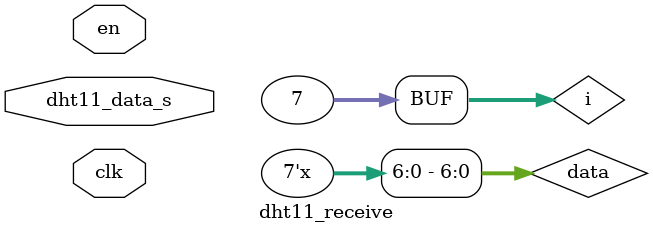
<source format=v>
module dht11_receive(input clk, input en, input dht11_data_s);
   integer i = 7;// Recebe primeiro o mais significativo
   reg [7:0] data;// dados em paralelo

   // Para máquina de estados
   reg [1:0] state , nextstate ;
   parameter S0 = 2'b00 ;//Analisando o 0
   parameter S1 = 2'b01 ;//Analisando o 1
   parameter E  = 2'b10 ;//Deu erro
   parameter I  = 2'b11 ;//Inativo
    
   // 0(8) 0(4) 0(2) 0(1)
   reg [3:0] COUNTER;// Contador de ciclos de clock de 1/195.312,5 = 0,00000512s = 5,12us
	
	initial begin
		state <= I;
		nextstate <= I;
	end
	
	// Lóogica para mudança de estado
   always @ ( posedge clk ) begin
       state <= nextstate ;
   end
	 
	 
	always @ (*) begin
		// Se não estiver habilitado
		if(~en) begin
			nextstate <= I;
		end
		// Se estiver habilitado
		if (en) begin
			case(state) 
				I://Em modo inativo
					if (en) begin
						nextstate <= S0;
					end
					else begin
						nextstate <= I;
					end
				S0:// Analisando o 0
					if (~dht11_data_s)begin
						COUNTER <= COUNTER + 1;
					end
					else begin
						if (COUNTER == 4'b1010) begin
							COUNTER <= 4'b0001;
                     nextstate <= S1 ;
						end 
                  else begin
							nextstate <= E ;
						end
					end
				S1:// Analisando o 1
					if (dht11_data_s)begin
						COUNTER <= COUNTER + 1;
					end
					else begin
						// Caso tenha ficado por tempo para o bit=0
						if (COUNTER <= 4'b0110) begin// se fiquei por <= 5us*6 = 30us) 
							data[i] <= 0;
							COUNTER <= 4'b0001;
                     nextstate <= S0 ;
						end 
						// Caso tenha ficado por tempo para o bit=1
                  else if(COUNTER == 4'b1110) begin// se fiquei por == 5us*14 = 71us
							data[i] <= 1;
							COUNTER <= 4'b0001;
                     nextstate <= S0 ;
						end
						// Caso não seja nenhum dos dois tempos
						else begin
							nextstate <= E ;
						end
					end
				E:// No estado de erro
					nextstate <= I ;
					//OU ENTÃO É UM ESTADO TRANSITÓRIO QUE PULA PARA O INATIVO
					/**
					if (en)begin
						nextstate <= S0;
					end
					else begin
						nextstate <= E;
					end*/
			endcase
		
		end
	end
	 
endmodule

</source>
